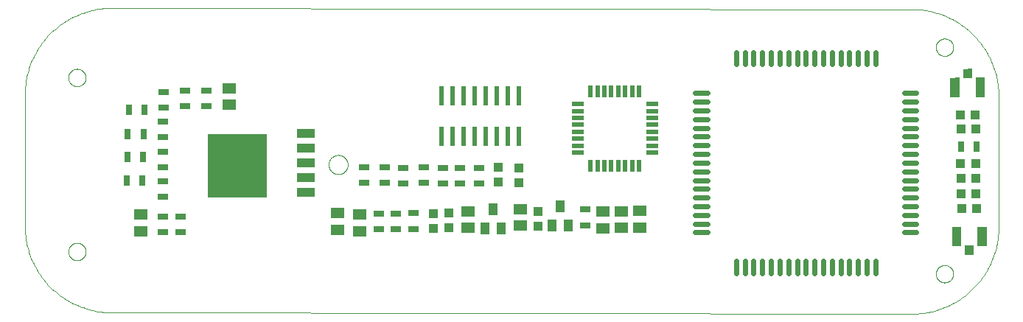
<source format=gbp>
G04 EAGLE Gerber RS-274X export*
G75*
%MOMM*%
%FSLAX34Y34*%
%LPD*%
%INSolder paste bottom*%
%IPPOS*%
%AMOC8*
5,1,8,0,0,1.08239X$1,22.5*%
G01*
%ADD10C,0.100000*%
%ADD11C,0.000000*%
%ADD12R,1.500000X1.300000*%
%ADD13R,2.159000X1.066800*%
%ADD14R,6.858000X7.239000*%
%ADD15C,0.600000*%
%ADD16R,1.200000X0.800000*%
%ADD17R,1.000000X1.400000*%
%ADD18R,1.000000X1.100000*%
%ADD19R,1.041400X2.260600*%
%ADD20R,1.041400X1.092200*%
%ADD21R,0.508000X1.358900*%
%ADD22R,1.358900X0.508000*%
%ADD23R,0.558800X2.184400*%
%ADD24R,0.800000X1.200000*%
%ADD25R,1.100000X1.000000*%
%ADD26R,1.050000X1.080000*%


D10*
X0Y100000D02*
X29Y97584D01*
X117Y95169D01*
X263Y92757D01*
X467Y90349D01*
X729Y87946D01*
X1049Y85551D01*
X1427Y83164D01*
X1863Y80787D01*
X2356Y78422D01*
X2906Y76068D01*
X3512Y73729D01*
X4175Y71405D01*
X4894Y69098D01*
X5669Y66809D01*
X6498Y64540D01*
X7383Y62291D01*
X8321Y60064D01*
X9313Y57860D01*
X10357Y55681D01*
X11454Y53528D01*
X12603Y51402D01*
X13803Y49304D01*
X15053Y47236D01*
X16353Y45199D01*
X17702Y43194D01*
X19098Y41221D01*
X20542Y39284D01*
X22033Y37381D01*
X23568Y35516D01*
X25149Y33688D01*
X26773Y31898D01*
X28440Y30149D01*
X30149Y28440D01*
X31898Y26773D01*
X33688Y25149D01*
X35516Y23568D01*
X37381Y22033D01*
X39284Y20542D01*
X41221Y19098D01*
X43194Y17702D01*
X45199Y16353D01*
X47236Y15053D01*
X49304Y13803D01*
X51402Y12603D01*
X53528Y11454D01*
X55681Y10357D01*
X57860Y9313D01*
X60064Y8321D01*
X62291Y7383D01*
X64540Y6498D01*
X66809Y5669D01*
X69098Y4894D01*
X71405Y4175D01*
X73729Y3512D01*
X76068Y2906D01*
X78422Y2356D01*
X80787Y1863D01*
X83164Y1427D01*
X85551Y1049D01*
X87946Y729D01*
X90349Y467D01*
X92757Y263D01*
X95169Y117D01*
X97584Y29D01*
X100000Y0D01*
X1118706Y98476D02*
X1118706Y248476D01*
X100000Y350000D02*
X97584Y349971D01*
X95169Y349883D01*
X92757Y349737D01*
X90349Y349533D01*
X87946Y349271D01*
X85551Y348951D01*
X83164Y348573D01*
X80787Y348137D01*
X78422Y347644D01*
X76068Y347094D01*
X73729Y346488D01*
X71405Y345825D01*
X69098Y345106D01*
X66809Y344331D01*
X64540Y343502D01*
X62291Y342617D01*
X60064Y341679D01*
X57860Y340687D01*
X55681Y339643D01*
X53528Y338546D01*
X51402Y337397D01*
X49304Y336197D01*
X47236Y334947D01*
X45199Y333647D01*
X43194Y332298D01*
X41221Y330902D01*
X39284Y329458D01*
X37381Y327967D01*
X35516Y326432D01*
X33688Y324851D01*
X31898Y323227D01*
X30149Y321560D01*
X28440Y319851D01*
X26773Y318102D01*
X25149Y316312D01*
X23568Y314484D01*
X22033Y312619D01*
X20542Y310716D01*
X19098Y308779D01*
X17702Y306806D01*
X16353Y304801D01*
X15053Y302764D01*
X13803Y300696D01*
X12603Y298598D01*
X11454Y296472D01*
X10357Y294319D01*
X9313Y292140D01*
X8321Y289936D01*
X7383Y287709D01*
X6498Y285460D01*
X5669Y283191D01*
X4894Y280902D01*
X4175Y278595D01*
X3512Y276271D01*
X2906Y273932D01*
X2356Y271578D01*
X1863Y269213D01*
X1427Y266836D01*
X1049Y264449D01*
X729Y262054D01*
X467Y259651D01*
X263Y257243D01*
X117Y254831D01*
X29Y252416D01*
X0Y250000D01*
X0Y100000D01*
X100000Y0D02*
X1018706Y-1524D01*
X1018706Y348476D02*
X100000Y350000D01*
X1018706Y348476D02*
X1021122Y348447D01*
X1023537Y348359D01*
X1025949Y348213D01*
X1028357Y348009D01*
X1030760Y347747D01*
X1033155Y347427D01*
X1035542Y347049D01*
X1037919Y346613D01*
X1040284Y346120D01*
X1042638Y345570D01*
X1044977Y344964D01*
X1047301Y344301D01*
X1049608Y343582D01*
X1051897Y342807D01*
X1054166Y341978D01*
X1056415Y341093D01*
X1058642Y340155D01*
X1060846Y339163D01*
X1063025Y338119D01*
X1065178Y337022D01*
X1067304Y335873D01*
X1069402Y334673D01*
X1071470Y333423D01*
X1073507Y332123D01*
X1075512Y330774D01*
X1077485Y329378D01*
X1079422Y327934D01*
X1081325Y326443D01*
X1083190Y324908D01*
X1085018Y323327D01*
X1086808Y321703D01*
X1088557Y320036D01*
X1090266Y318327D01*
X1091933Y316578D01*
X1093557Y314788D01*
X1095138Y312960D01*
X1096673Y311095D01*
X1098164Y309192D01*
X1099608Y307255D01*
X1101004Y305282D01*
X1102353Y303277D01*
X1103653Y301240D01*
X1104903Y299172D01*
X1106103Y297074D01*
X1107252Y294948D01*
X1108349Y292795D01*
X1109393Y290616D01*
X1110385Y288412D01*
X1111323Y286185D01*
X1112208Y283936D01*
X1113037Y281667D01*
X1113812Y279378D01*
X1114531Y277071D01*
X1115194Y274747D01*
X1115800Y272408D01*
X1116350Y270054D01*
X1116843Y267689D01*
X1117279Y265312D01*
X1117657Y262925D01*
X1117977Y260530D01*
X1118239Y258127D01*
X1118443Y255719D01*
X1118589Y253307D01*
X1118677Y250892D01*
X1118706Y248476D01*
X100000Y350000D02*
X97584Y349971D01*
X95169Y349883D01*
X92757Y349737D01*
X90349Y349533D01*
X87946Y349271D01*
X85551Y348951D01*
X83164Y348573D01*
X80787Y348137D01*
X78422Y347644D01*
X76068Y347094D01*
X73729Y346488D01*
X71405Y345825D01*
X69098Y345106D01*
X66809Y344331D01*
X64540Y343502D01*
X62291Y342617D01*
X60064Y341679D01*
X57860Y340687D01*
X55681Y339643D01*
X53528Y338546D01*
X51402Y337397D01*
X49304Y336197D01*
X47236Y334947D01*
X45199Y333647D01*
X43194Y332298D01*
X41221Y330902D01*
X39284Y329458D01*
X37381Y327967D01*
X35516Y326432D01*
X33688Y324851D01*
X31898Y323227D01*
X30149Y321560D01*
X28440Y319851D01*
X26773Y318102D01*
X25149Y316312D01*
X23568Y314484D01*
X22033Y312619D01*
X20542Y310716D01*
X19098Y308779D01*
X17702Y306806D01*
X16353Y304801D01*
X15053Y302764D01*
X13803Y300696D01*
X12603Y298598D01*
X11454Y296472D01*
X10357Y294319D01*
X9313Y292140D01*
X8321Y289936D01*
X7383Y287709D01*
X6498Y285460D01*
X5669Y283191D01*
X4894Y280902D01*
X4175Y278595D01*
X3512Y276271D01*
X2906Y273932D01*
X2356Y271578D01*
X1863Y269213D01*
X1427Y266836D01*
X1049Y264449D01*
X729Y262054D01*
X467Y259651D01*
X263Y257243D01*
X117Y254831D01*
X29Y252416D01*
X0Y250000D01*
X1018706Y-1524D02*
X1021122Y-1495D01*
X1023537Y-1407D01*
X1025949Y-1261D01*
X1028357Y-1057D01*
X1030760Y-795D01*
X1033155Y-475D01*
X1035542Y-97D01*
X1037919Y339D01*
X1040284Y832D01*
X1042638Y1382D01*
X1044977Y1988D01*
X1047301Y2651D01*
X1049608Y3370D01*
X1051897Y4145D01*
X1054166Y4974D01*
X1056415Y5859D01*
X1058642Y6797D01*
X1060846Y7789D01*
X1063025Y8833D01*
X1065178Y9930D01*
X1067304Y11079D01*
X1069402Y12279D01*
X1071470Y13529D01*
X1073507Y14829D01*
X1075512Y16178D01*
X1077485Y17574D01*
X1079422Y19018D01*
X1081325Y20509D01*
X1083190Y22044D01*
X1085018Y23625D01*
X1086808Y25249D01*
X1088557Y26916D01*
X1090266Y28625D01*
X1091933Y30374D01*
X1093557Y32164D01*
X1095138Y33992D01*
X1096673Y35857D01*
X1098164Y37760D01*
X1099608Y39697D01*
X1101004Y41670D01*
X1102353Y43675D01*
X1103653Y45712D01*
X1104903Y47780D01*
X1106103Y49878D01*
X1107252Y52004D01*
X1108349Y54157D01*
X1109393Y56336D01*
X1110385Y58540D01*
X1111323Y60767D01*
X1112208Y63016D01*
X1113037Y65285D01*
X1113812Y67574D01*
X1114531Y69881D01*
X1115194Y72205D01*
X1115800Y74544D01*
X1116350Y76898D01*
X1116843Y79263D01*
X1117279Y81640D01*
X1117657Y84027D01*
X1117977Y86422D01*
X1118239Y88825D01*
X1118443Y91233D01*
X1118589Y93645D01*
X1118677Y96060D01*
X1118706Y98476D01*
D11*
X1046640Y44450D02*
X1046643Y44695D01*
X1046652Y44941D01*
X1046667Y45186D01*
X1046688Y45430D01*
X1046715Y45674D01*
X1046748Y45917D01*
X1046787Y46160D01*
X1046832Y46401D01*
X1046883Y46641D01*
X1046940Y46880D01*
X1047002Y47117D01*
X1047071Y47353D01*
X1047145Y47587D01*
X1047225Y47819D01*
X1047310Y48049D01*
X1047401Y48277D01*
X1047498Y48502D01*
X1047600Y48726D01*
X1047708Y48946D01*
X1047821Y49164D01*
X1047939Y49379D01*
X1048063Y49591D01*
X1048191Y49800D01*
X1048325Y50006D01*
X1048464Y50208D01*
X1048608Y50407D01*
X1048757Y50602D01*
X1048910Y50794D01*
X1049068Y50982D01*
X1049230Y51166D01*
X1049398Y51345D01*
X1049569Y51521D01*
X1049745Y51692D01*
X1049924Y51860D01*
X1050108Y52022D01*
X1050296Y52180D01*
X1050488Y52333D01*
X1050683Y52482D01*
X1050882Y52626D01*
X1051084Y52765D01*
X1051290Y52899D01*
X1051499Y53027D01*
X1051711Y53151D01*
X1051926Y53269D01*
X1052144Y53382D01*
X1052364Y53490D01*
X1052588Y53592D01*
X1052813Y53689D01*
X1053041Y53780D01*
X1053271Y53865D01*
X1053503Y53945D01*
X1053737Y54019D01*
X1053973Y54088D01*
X1054210Y54150D01*
X1054449Y54207D01*
X1054689Y54258D01*
X1054930Y54303D01*
X1055173Y54342D01*
X1055416Y54375D01*
X1055660Y54402D01*
X1055904Y54423D01*
X1056149Y54438D01*
X1056395Y54447D01*
X1056640Y54450D01*
X1056885Y54447D01*
X1057131Y54438D01*
X1057376Y54423D01*
X1057620Y54402D01*
X1057864Y54375D01*
X1058107Y54342D01*
X1058350Y54303D01*
X1058591Y54258D01*
X1058831Y54207D01*
X1059070Y54150D01*
X1059307Y54088D01*
X1059543Y54019D01*
X1059777Y53945D01*
X1060009Y53865D01*
X1060239Y53780D01*
X1060467Y53689D01*
X1060692Y53592D01*
X1060916Y53490D01*
X1061136Y53382D01*
X1061354Y53269D01*
X1061569Y53151D01*
X1061781Y53027D01*
X1061990Y52899D01*
X1062196Y52765D01*
X1062398Y52626D01*
X1062597Y52482D01*
X1062792Y52333D01*
X1062984Y52180D01*
X1063172Y52022D01*
X1063356Y51860D01*
X1063535Y51692D01*
X1063711Y51521D01*
X1063882Y51345D01*
X1064050Y51166D01*
X1064212Y50982D01*
X1064370Y50794D01*
X1064523Y50602D01*
X1064672Y50407D01*
X1064816Y50208D01*
X1064955Y50006D01*
X1065089Y49800D01*
X1065217Y49591D01*
X1065341Y49379D01*
X1065459Y49164D01*
X1065572Y48946D01*
X1065680Y48726D01*
X1065782Y48502D01*
X1065879Y48277D01*
X1065970Y48049D01*
X1066055Y47819D01*
X1066135Y47587D01*
X1066209Y47353D01*
X1066278Y47117D01*
X1066340Y46880D01*
X1066397Y46641D01*
X1066448Y46401D01*
X1066493Y46160D01*
X1066532Y45917D01*
X1066565Y45674D01*
X1066592Y45430D01*
X1066613Y45186D01*
X1066628Y44941D01*
X1066637Y44695D01*
X1066640Y44450D01*
X1066637Y44205D01*
X1066628Y43959D01*
X1066613Y43714D01*
X1066592Y43470D01*
X1066565Y43226D01*
X1066532Y42983D01*
X1066493Y42740D01*
X1066448Y42499D01*
X1066397Y42259D01*
X1066340Y42020D01*
X1066278Y41783D01*
X1066209Y41547D01*
X1066135Y41313D01*
X1066055Y41081D01*
X1065970Y40851D01*
X1065879Y40623D01*
X1065782Y40398D01*
X1065680Y40174D01*
X1065572Y39954D01*
X1065459Y39736D01*
X1065341Y39521D01*
X1065217Y39309D01*
X1065089Y39100D01*
X1064955Y38894D01*
X1064816Y38692D01*
X1064672Y38493D01*
X1064523Y38298D01*
X1064370Y38106D01*
X1064212Y37918D01*
X1064050Y37734D01*
X1063882Y37555D01*
X1063711Y37379D01*
X1063535Y37208D01*
X1063356Y37040D01*
X1063172Y36878D01*
X1062984Y36720D01*
X1062792Y36567D01*
X1062597Y36418D01*
X1062398Y36274D01*
X1062196Y36135D01*
X1061990Y36001D01*
X1061781Y35873D01*
X1061569Y35749D01*
X1061354Y35631D01*
X1061136Y35518D01*
X1060916Y35410D01*
X1060692Y35308D01*
X1060467Y35211D01*
X1060239Y35120D01*
X1060009Y35035D01*
X1059777Y34955D01*
X1059543Y34881D01*
X1059307Y34812D01*
X1059070Y34750D01*
X1058831Y34693D01*
X1058591Y34642D01*
X1058350Y34597D01*
X1058107Y34558D01*
X1057864Y34525D01*
X1057620Y34498D01*
X1057376Y34477D01*
X1057131Y34462D01*
X1056885Y34453D01*
X1056640Y34450D01*
X1056395Y34453D01*
X1056149Y34462D01*
X1055904Y34477D01*
X1055660Y34498D01*
X1055416Y34525D01*
X1055173Y34558D01*
X1054930Y34597D01*
X1054689Y34642D01*
X1054449Y34693D01*
X1054210Y34750D01*
X1053973Y34812D01*
X1053737Y34881D01*
X1053503Y34955D01*
X1053271Y35035D01*
X1053041Y35120D01*
X1052813Y35211D01*
X1052588Y35308D01*
X1052364Y35410D01*
X1052144Y35518D01*
X1051926Y35631D01*
X1051711Y35749D01*
X1051499Y35873D01*
X1051290Y36001D01*
X1051084Y36135D01*
X1050882Y36274D01*
X1050683Y36418D01*
X1050488Y36567D01*
X1050296Y36720D01*
X1050108Y36878D01*
X1049924Y37040D01*
X1049745Y37208D01*
X1049569Y37379D01*
X1049398Y37555D01*
X1049230Y37734D01*
X1049068Y37918D01*
X1048910Y38106D01*
X1048757Y38298D01*
X1048608Y38493D01*
X1048464Y38692D01*
X1048325Y38894D01*
X1048191Y39100D01*
X1048063Y39309D01*
X1047939Y39521D01*
X1047821Y39736D01*
X1047708Y39954D01*
X1047600Y40174D01*
X1047498Y40398D01*
X1047401Y40623D01*
X1047310Y40851D01*
X1047225Y41081D01*
X1047145Y41313D01*
X1047071Y41547D01*
X1047002Y41783D01*
X1046940Y42020D01*
X1046883Y42259D01*
X1046832Y42499D01*
X1046787Y42740D01*
X1046748Y42983D01*
X1046715Y43226D01*
X1046688Y43470D01*
X1046667Y43714D01*
X1046652Y43959D01*
X1046643Y44205D01*
X1046640Y44450D01*
X1046640Y304800D02*
X1046643Y305045D01*
X1046652Y305291D01*
X1046667Y305536D01*
X1046688Y305780D01*
X1046715Y306024D01*
X1046748Y306267D01*
X1046787Y306510D01*
X1046832Y306751D01*
X1046883Y306991D01*
X1046940Y307230D01*
X1047002Y307467D01*
X1047071Y307703D01*
X1047145Y307937D01*
X1047225Y308169D01*
X1047310Y308399D01*
X1047401Y308627D01*
X1047498Y308852D01*
X1047600Y309076D01*
X1047708Y309296D01*
X1047821Y309514D01*
X1047939Y309729D01*
X1048063Y309941D01*
X1048191Y310150D01*
X1048325Y310356D01*
X1048464Y310558D01*
X1048608Y310757D01*
X1048757Y310952D01*
X1048910Y311144D01*
X1049068Y311332D01*
X1049230Y311516D01*
X1049398Y311695D01*
X1049569Y311871D01*
X1049745Y312042D01*
X1049924Y312210D01*
X1050108Y312372D01*
X1050296Y312530D01*
X1050488Y312683D01*
X1050683Y312832D01*
X1050882Y312976D01*
X1051084Y313115D01*
X1051290Y313249D01*
X1051499Y313377D01*
X1051711Y313501D01*
X1051926Y313619D01*
X1052144Y313732D01*
X1052364Y313840D01*
X1052588Y313942D01*
X1052813Y314039D01*
X1053041Y314130D01*
X1053271Y314215D01*
X1053503Y314295D01*
X1053737Y314369D01*
X1053973Y314438D01*
X1054210Y314500D01*
X1054449Y314557D01*
X1054689Y314608D01*
X1054930Y314653D01*
X1055173Y314692D01*
X1055416Y314725D01*
X1055660Y314752D01*
X1055904Y314773D01*
X1056149Y314788D01*
X1056395Y314797D01*
X1056640Y314800D01*
X1056885Y314797D01*
X1057131Y314788D01*
X1057376Y314773D01*
X1057620Y314752D01*
X1057864Y314725D01*
X1058107Y314692D01*
X1058350Y314653D01*
X1058591Y314608D01*
X1058831Y314557D01*
X1059070Y314500D01*
X1059307Y314438D01*
X1059543Y314369D01*
X1059777Y314295D01*
X1060009Y314215D01*
X1060239Y314130D01*
X1060467Y314039D01*
X1060692Y313942D01*
X1060916Y313840D01*
X1061136Y313732D01*
X1061354Y313619D01*
X1061569Y313501D01*
X1061781Y313377D01*
X1061990Y313249D01*
X1062196Y313115D01*
X1062398Y312976D01*
X1062597Y312832D01*
X1062792Y312683D01*
X1062984Y312530D01*
X1063172Y312372D01*
X1063356Y312210D01*
X1063535Y312042D01*
X1063711Y311871D01*
X1063882Y311695D01*
X1064050Y311516D01*
X1064212Y311332D01*
X1064370Y311144D01*
X1064523Y310952D01*
X1064672Y310757D01*
X1064816Y310558D01*
X1064955Y310356D01*
X1065089Y310150D01*
X1065217Y309941D01*
X1065341Y309729D01*
X1065459Y309514D01*
X1065572Y309296D01*
X1065680Y309076D01*
X1065782Y308852D01*
X1065879Y308627D01*
X1065970Y308399D01*
X1066055Y308169D01*
X1066135Y307937D01*
X1066209Y307703D01*
X1066278Y307467D01*
X1066340Y307230D01*
X1066397Y306991D01*
X1066448Y306751D01*
X1066493Y306510D01*
X1066532Y306267D01*
X1066565Y306024D01*
X1066592Y305780D01*
X1066613Y305536D01*
X1066628Y305291D01*
X1066637Y305045D01*
X1066640Y304800D01*
X1066637Y304555D01*
X1066628Y304309D01*
X1066613Y304064D01*
X1066592Y303820D01*
X1066565Y303576D01*
X1066532Y303333D01*
X1066493Y303090D01*
X1066448Y302849D01*
X1066397Y302609D01*
X1066340Y302370D01*
X1066278Y302133D01*
X1066209Y301897D01*
X1066135Y301663D01*
X1066055Y301431D01*
X1065970Y301201D01*
X1065879Y300973D01*
X1065782Y300748D01*
X1065680Y300524D01*
X1065572Y300304D01*
X1065459Y300086D01*
X1065341Y299871D01*
X1065217Y299659D01*
X1065089Y299450D01*
X1064955Y299244D01*
X1064816Y299042D01*
X1064672Y298843D01*
X1064523Y298648D01*
X1064370Y298456D01*
X1064212Y298268D01*
X1064050Y298084D01*
X1063882Y297905D01*
X1063711Y297729D01*
X1063535Y297558D01*
X1063356Y297390D01*
X1063172Y297228D01*
X1062984Y297070D01*
X1062792Y296917D01*
X1062597Y296768D01*
X1062398Y296624D01*
X1062196Y296485D01*
X1061990Y296351D01*
X1061781Y296223D01*
X1061569Y296099D01*
X1061354Y295981D01*
X1061136Y295868D01*
X1060916Y295760D01*
X1060692Y295658D01*
X1060467Y295561D01*
X1060239Y295470D01*
X1060009Y295385D01*
X1059777Y295305D01*
X1059543Y295231D01*
X1059307Y295162D01*
X1059070Y295100D01*
X1058831Y295043D01*
X1058591Y294992D01*
X1058350Y294947D01*
X1058107Y294908D01*
X1057864Y294875D01*
X1057620Y294848D01*
X1057376Y294827D01*
X1057131Y294812D01*
X1056885Y294803D01*
X1056640Y294800D01*
X1056395Y294803D01*
X1056149Y294812D01*
X1055904Y294827D01*
X1055660Y294848D01*
X1055416Y294875D01*
X1055173Y294908D01*
X1054930Y294947D01*
X1054689Y294992D01*
X1054449Y295043D01*
X1054210Y295100D01*
X1053973Y295162D01*
X1053737Y295231D01*
X1053503Y295305D01*
X1053271Y295385D01*
X1053041Y295470D01*
X1052813Y295561D01*
X1052588Y295658D01*
X1052364Y295760D01*
X1052144Y295868D01*
X1051926Y295981D01*
X1051711Y296099D01*
X1051499Y296223D01*
X1051290Y296351D01*
X1051084Y296485D01*
X1050882Y296624D01*
X1050683Y296768D01*
X1050488Y296917D01*
X1050296Y297070D01*
X1050108Y297228D01*
X1049924Y297390D01*
X1049745Y297558D01*
X1049569Y297729D01*
X1049398Y297905D01*
X1049230Y298084D01*
X1049068Y298268D01*
X1048910Y298456D01*
X1048757Y298648D01*
X1048608Y298843D01*
X1048464Y299042D01*
X1048325Y299244D01*
X1048191Y299450D01*
X1048063Y299659D01*
X1047939Y299871D01*
X1047821Y300086D01*
X1047708Y300304D01*
X1047600Y300524D01*
X1047498Y300748D01*
X1047401Y300973D01*
X1047310Y301201D01*
X1047225Y301431D01*
X1047145Y301663D01*
X1047071Y301897D01*
X1047002Y302133D01*
X1046940Y302370D01*
X1046883Y302609D01*
X1046832Y302849D01*
X1046787Y303090D01*
X1046748Y303333D01*
X1046715Y303576D01*
X1046688Y303820D01*
X1046667Y304064D01*
X1046652Y304309D01*
X1046643Y304555D01*
X1046640Y304800D01*
X50000Y270000D02*
X50003Y270245D01*
X50012Y270491D01*
X50027Y270736D01*
X50048Y270980D01*
X50075Y271224D01*
X50108Y271467D01*
X50147Y271710D01*
X50192Y271951D01*
X50243Y272191D01*
X50300Y272430D01*
X50362Y272667D01*
X50431Y272903D01*
X50505Y273137D01*
X50585Y273369D01*
X50670Y273599D01*
X50761Y273827D01*
X50858Y274052D01*
X50960Y274276D01*
X51068Y274496D01*
X51181Y274714D01*
X51299Y274929D01*
X51423Y275141D01*
X51551Y275350D01*
X51685Y275556D01*
X51824Y275758D01*
X51968Y275957D01*
X52117Y276152D01*
X52270Y276344D01*
X52428Y276532D01*
X52590Y276716D01*
X52758Y276895D01*
X52929Y277071D01*
X53105Y277242D01*
X53284Y277410D01*
X53468Y277572D01*
X53656Y277730D01*
X53848Y277883D01*
X54043Y278032D01*
X54242Y278176D01*
X54444Y278315D01*
X54650Y278449D01*
X54859Y278577D01*
X55071Y278701D01*
X55286Y278819D01*
X55504Y278932D01*
X55724Y279040D01*
X55948Y279142D01*
X56173Y279239D01*
X56401Y279330D01*
X56631Y279415D01*
X56863Y279495D01*
X57097Y279569D01*
X57333Y279638D01*
X57570Y279700D01*
X57809Y279757D01*
X58049Y279808D01*
X58290Y279853D01*
X58533Y279892D01*
X58776Y279925D01*
X59020Y279952D01*
X59264Y279973D01*
X59509Y279988D01*
X59755Y279997D01*
X60000Y280000D01*
X60245Y279997D01*
X60491Y279988D01*
X60736Y279973D01*
X60980Y279952D01*
X61224Y279925D01*
X61467Y279892D01*
X61710Y279853D01*
X61951Y279808D01*
X62191Y279757D01*
X62430Y279700D01*
X62667Y279638D01*
X62903Y279569D01*
X63137Y279495D01*
X63369Y279415D01*
X63599Y279330D01*
X63827Y279239D01*
X64052Y279142D01*
X64276Y279040D01*
X64496Y278932D01*
X64714Y278819D01*
X64929Y278701D01*
X65141Y278577D01*
X65350Y278449D01*
X65556Y278315D01*
X65758Y278176D01*
X65957Y278032D01*
X66152Y277883D01*
X66344Y277730D01*
X66532Y277572D01*
X66716Y277410D01*
X66895Y277242D01*
X67071Y277071D01*
X67242Y276895D01*
X67410Y276716D01*
X67572Y276532D01*
X67730Y276344D01*
X67883Y276152D01*
X68032Y275957D01*
X68176Y275758D01*
X68315Y275556D01*
X68449Y275350D01*
X68577Y275141D01*
X68701Y274929D01*
X68819Y274714D01*
X68932Y274496D01*
X69040Y274276D01*
X69142Y274052D01*
X69239Y273827D01*
X69330Y273599D01*
X69415Y273369D01*
X69495Y273137D01*
X69569Y272903D01*
X69638Y272667D01*
X69700Y272430D01*
X69757Y272191D01*
X69808Y271951D01*
X69853Y271710D01*
X69892Y271467D01*
X69925Y271224D01*
X69952Y270980D01*
X69973Y270736D01*
X69988Y270491D01*
X69997Y270245D01*
X70000Y270000D01*
X69997Y269755D01*
X69988Y269509D01*
X69973Y269264D01*
X69952Y269020D01*
X69925Y268776D01*
X69892Y268533D01*
X69853Y268290D01*
X69808Y268049D01*
X69757Y267809D01*
X69700Y267570D01*
X69638Y267333D01*
X69569Y267097D01*
X69495Y266863D01*
X69415Y266631D01*
X69330Y266401D01*
X69239Y266173D01*
X69142Y265948D01*
X69040Y265724D01*
X68932Y265504D01*
X68819Y265286D01*
X68701Y265071D01*
X68577Y264859D01*
X68449Y264650D01*
X68315Y264444D01*
X68176Y264242D01*
X68032Y264043D01*
X67883Y263848D01*
X67730Y263656D01*
X67572Y263468D01*
X67410Y263284D01*
X67242Y263105D01*
X67071Y262929D01*
X66895Y262758D01*
X66716Y262590D01*
X66532Y262428D01*
X66344Y262270D01*
X66152Y262117D01*
X65957Y261968D01*
X65758Y261824D01*
X65556Y261685D01*
X65350Y261551D01*
X65141Y261423D01*
X64929Y261299D01*
X64714Y261181D01*
X64496Y261068D01*
X64276Y260960D01*
X64052Y260858D01*
X63827Y260761D01*
X63599Y260670D01*
X63369Y260585D01*
X63137Y260505D01*
X62903Y260431D01*
X62667Y260362D01*
X62430Y260300D01*
X62191Y260243D01*
X61951Y260192D01*
X61710Y260147D01*
X61467Y260108D01*
X61224Y260075D01*
X60980Y260048D01*
X60736Y260027D01*
X60491Y260012D01*
X60245Y260003D01*
X60000Y260000D01*
X59755Y260003D01*
X59509Y260012D01*
X59264Y260027D01*
X59020Y260048D01*
X58776Y260075D01*
X58533Y260108D01*
X58290Y260147D01*
X58049Y260192D01*
X57809Y260243D01*
X57570Y260300D01*
X57333Y260362D01*
X57097Y260431D01*
X56863Y260505D01*
X56631Y260585D01*
X56401Y260670D01*
X56173Y260761D01*
X55948Y260858D01*
X55724Y260960D01*
X55504Y261068D01*
X55286Y261181D01*
X55071Y261299D01*
X54859Y261423D01*
X54650Y261551D01*
X54444Y261685D01*
X54242Y261824D01*
X54043Y261968D01*
X53848Y262117D01*
X53656Y262270D01*
X53468Y262428D01*
X53284Y262590D01*
X53105Y262758D01*
X52929Y262929D01*
X52758Y263105D01*
X52590Y263284D01*
X52428Y263468D01*
X52270Y263656D01*
X52117Y263848D01*
X51968Y264043D01*
X51824Y264242D01*
X51685Y264444D01*
X51551Y264650D01*
X51423Y264859D01*
X51299Y265071D01*
X51181Y265286D01*
X51068Y265504D01*
X50960Y265724D01*
X50858Y265948D01*
X50761Y266173D01*
X50670Y266401D01*
X50585Y266631D01*
X50505Y266863D01*
X50431Y267097D01*
X50362Y267333D01*
X50300Y267570D01*
X50243Y267809D01*
X50192Y268049D01*
X50147Y268290D01*
X50108Y268533D01*
X50075Y268776D01*
X50048Y269020D01*
X50027Y269264D01*
X50012Y269509D01*
X50003Y269755D01*
X50000Y270000D01*
X50000Y70000D02*
X50003Y70245D01*
X50012Y70491D01*
X50027Y70736D01*
X50048Y70980D01*
X50075Y71224D01*
X50108Y71467D01*
X50147Y71710D01*
X50192Y71951D01*
X50243Y72191D01*
X50300Y72430D01*
X50362Y72667D01*
X50431Y72903D01*
X50505Y73137D01*
X50585Y73369D01*
X50670Y73599D01*
X50761Y73827D01*
X50858Y74052D01*
X50960Y74276D01*
X51068Y74496D01*
X51181Y74714D01*
X51299Y74929D01*
X51423Y75141D01*
X51551Y75350D01*
X51685Y75556D01*
X51824Y75758D01*
X51968Y75957D01*
X52117Y76152D01*
X52270Y76344D01*
X52428Y76532D01*
X52590Y76716D01*
X52758Y76895D01*
X52929Y77071D01*
X53105Y77242D01*
X53284Y77410D01*
X53468Y77572D01*
X53656Y77730D01*
X53848Y77883D01*
X54043Y78032D01*
X54242Y78176D01*
X54444Y78315D01*
X54650Y78449D01*
X54859Y78577D01*
X55071Y78701D01*
X55286Y78819D01*
X55504Y78932D01*
X55724Y79040D01*
X55948Y79142D01*
X56173Y79239D01*
X56401Y79330D01*
X56631Y79415D01*
X56863Y79495D01*
X57097Y79569D01*
X57333Y79638D01*
X57570Y79700D01*
X57809Y79757D01*
X58049Y79808D01*
X58290Y79853D01*
X58533Y79892D01*
X58776Y79925D01*
X59020Y79952D01*
X59264Y79973D01*
X59509Y79988D01*
X59755Y79997D01*
X60000Y80000D01*
X60245Y79997D01*
X60491Y79988D01*
X60736Y79973D01*
X60980Y79952D01*
X61224Y79925D01*
X61467Y79892D01*
X61710Y79853D01*
X61951Y79808D01*
X62191Y79757D01*
X62430Y79700D01*
X62667Y79638D01*
X62903Y79569D01*
X63137Y79495D01*
X63369Y79415D01*
X63599Y79330D01*
X63827Y79239D01*
X64052Y79142D01*
X64276Y79040D01*
X64496Y78932D01*
X64714Y78819D01*
X64929Y78701D01*
X65141Y78577D01*
X65350Y78449D01*
X65556Y78315D01*
X65758Y78176D01*
X65957Y78032D01*
X66152Y77883D01*
X66344Y77730D01*
X66532Y77572D01*
X66716Y77410D01*
X66895Y77242D01*
X67071Y77071D01*
X67242Y76895D01*
X67410Y76716D01*
X67572Y76532D01*
X67730Y76344D01*
X67883Y76152D01*
X68032Y75957D01*
X68176Y75758D01*
X68315Y75556D01*
X68449Y75350D01*
X68577Y75141D01*
X68701Y74929D01*
X68819Y74714D01*
X68932Y74496D01*
X69040Y74276D01*
X69142Y74052D01*
X69239Y73827D01*
X69330Y73599D01*
X69415Y73369D01*
X69495Y73137D01*
X69569Y72903D01*
X69638Y72667D01*
X69700Y72430D01*
X69757Y72191D01*
X69808Y71951D01*
X69853Y71710D01*
X69892Y71467D01*
X69925Y71224D01*
X69952Y70980D01*
X69973Y70736D01*
X69988Y70491D01*
X69997Y70245D01*
X70000Y70000D01*
X69997Y69755D01*
X69988Y69509D01*
X69973Y69264D01*
X69952Y69020D01*
X69925Y68776D01*
X69892Y68533D01*
X69853Y68290D01*
X69808Y68049D01*
X69757Y67809D01*
X69700Y67570D01*
X69638Y67333D01*
X69569Y67097D01*
X69495Y66863D01*
X69415Y66631D01*
X69330Y66401D01*
X69239Y66173D01*
X69142Y65948D01*
X69040Y65724D01*
X68932Y65504D01*
X68819Y65286D01*
X68701Y65071D01*
X68577Y64859D01*
X68449Y64650D01*
X68315Y64444D01*
X68176Y64242D01*
X68032Y64043D01*
X67883Y63848D01*
X67730Y63656D01*
X67572Y63468D01*
X67410Y63284D01*
X67242Y63105D01*
X67071Y62929D01*
X66895Y62758D01*
X66716Y62590D01*
X66532Y62428D01*
X66344Y62270D01*
X66152Y62117D01*
X65957Y61968D01*
X65758Y61824D01*
X65556Y61685D01*
X65350Y61551D01*
X65141Y61423D01*
X64929Y61299D01*
X64714Y61181D01*
X64496Y61068D01*
X64276Y60960D01*
X64052Y60858D01*
X63827Y60761D01*
X63599Y60670D01*
X63369Y60585D01*
X63137Y60505D01*
X62903Y60431D01*
X62667Y60362D01*
X62430Y60300D01*
X62191Y60243D01*
X61951Y60192D01*
X61710Y60147D01*
X61467Y60108D01*
X61224Y60075D01*
X60980Y60048D01*
X60736Y60027D01*
X60491Y60012D01*
X60245Y60003D01*
X60000Y60000D01*
X59755Y60003D01*
X59509Y60012D01*
X59264Y60027D01*
X59020Y60048D01*
X58776Y60075D01*
X58533Y60108D01*
X58290Y60147D01*
X58049Y60192D01*
X57809Y60243D01*
X57570Y60300D01*
X57333Y60362D01*
X57097Y60431D01*
X56863Y60505D01*
X56631Y60585D01*
X56401Y60670D01*
X56173Y60761D01*
X55948Y60858D01*
X55724Y60960D01*
X55504Y61068D01*
X55286Y61181D01*
X55071Y61299D01*
X54859Y61423D01*
X54650Y61551D01*
X54444Y61685D01*
X54242Y61824D01*
X54043Y61968D01*
X53848Y62117D01*
X53656Y62270D01*
X53468Y62428D01*
X53284Y62590D01*
X53105Y62758D01*
X52929Y62929D01*
X52758Y63105D01*
X52590Y63284D01*
X52428Y63468D01*
X52270Y63656D01*
X52117Y63848D01*
X51968Y64043D01*
X51824Y64242D01*
X51685Y64444D01*
X51551Y64650D01*
X51423Y64859D01*
X51299Y65071D01*
X51181Y65286D01*
X51068Y65504D01*
X50960Y65724D01*
X50858Y65948D01*
X50761Y66173D01*
X50670Y66401D01*
X50585Y66631D01*
X50505Y66863D01*
X50431Y67097D01*
X50362Y67333D01*
X50300Y67570D01*
X50243Y67809D01*
X50192Y68049D01*
X50147Y68290D01*
X50108Y68533D01*
X50075Y68776D01*
X50048Y69020D01*
X50027Y69264D01*
X50012Y69509D01*
X50003Y69755D01*
X50000Y70000D01*
X349000Y170000D02*
X349003Y170270D01*
X349013Y170540D01*
X349030Y170809D01*
X349053Y171078D01*
X349083Y171347D01*
X349119Y171614D01*
X349162Y171881D01*
X349211Y172146D01*
X349267Y172410D01*
X349330Y172673D01*
X349398Y172934D01*
X349474Y173193D01*
X349555Y173450D01*
X349643Y173706D01*
X349737Y173959D01*
X349837Y174210D01*
X349944Y174458D01*
X350056Y174703D01*
X350175Y174946D01*
X350299Y175185D01*
X350429Y175422D01*
X350565Y175655D01*
X350707Y175885D01*
X350854Y176111D01*
X351007Y176334D01*
X351165Y176553D01*
X351328Y176768D01*
X351497Y176978D01*
X351671Y177185D01*
X351850Y177387D01*
X352033Y177585D01*
X352222Y177778D01*
X352415Y177967D01*
X352613Y178150D01*
X352815Y178329D01*
X353022Y178503D01*
X353232Y178672D01*
X353447Y178835D01*
X353666Y178993D01*
X353889Y179146D01*
X354115Y179293D01*
X354345Y179435D01*
X354578Y179571D01*
X354815Y179701D01*
X355054Y179825D01*
X355297Y179944D01*
X355542Y180056D01*
X355790Y180163D01*
X356041Y180263D01*
X356294Y180357D01*
X356550Y180445D01*
X356807Y180526D01*
X357066Y180602D01*
X357327Y180670D01*
X357590Y180733D01*
X357854Y180789D01*
X358119Y180838D01*
X358386Y180881D01*
X358653Y180917D01*
X358922Y180947D01*
X359191Y180970D01*
X359460Y180987D01*
X359730Y180997D01*
X360000Y181000D01*
X360270Y180997D01*
X360540Y180987D01*
X360809Y180970D01*
X361078Y180947D01*
X361347Y180917D01*
X361614Y180881D01*
X361881Y180838D01*
X362146Y180789D01*
X362410Y180733D01*
X362673Y180670D01*
X362934Y180602D01*
X363193Y180526D01*
X363450Y180445D01*
X363706Y180357D01*
X363959Y180263D01*
X364210Y180163D01*
X364458Y180056D01*
X364703Y179944D01*
X364946Y179825D01*
X365185Y179701D01*
X365422Y179571D01*
X365655Y179435D01*
X365885Y179293D01*
X366111Y179146D01*
X366334Y178993D01*
X366553Y178835D01*
X366768Y178672D01*
X366978Y178503D01*
X367185Y178329D01*
X367387Y178150D01*
X367585Y177967D01*
X367778Y177778D01*
X367967Y177585D01*
X368150Y177387D01*
X368329Y177185D01*
X368503Y176978D01*
X368672Y176768D01*
X368835Y176553D01*
X368993Y176334D01*
X369146Y176111D01*
X369293Y175885D01*
X369435Y175655D01*
X369571Y175422D01*
X369701Y175185D01*
X369825Y174946D01*
X369944Y174703D01*
X370056Y174458D01*
X370163Y174210D01*
X370263Y173959D01*
X370357Y173706D01*
X370445Y173450D01*
X370526Y173193D01*
X370602Y172934D01*
X370670Y172673D01*
X370733Y172410D01*
X370789Y172146D01*
X370838Y171881D01*
X370881Y171614D01*
X370917Y171347D01*
X370947Y171078D01*
X370970Y170809D01*
X370987Y170540D01*
X370997Y170270D01*
X371000Y170000D01*
X370997Y169730D01*
X370987Y169460D01*
X370970Y169191D01*
X370947Y168922D01*
X370917Y168653D01*
X370881Y168386D01*
X370838Y168119D01*
X370789Y167854D01*
X370733Y167590D01*
X370670Y167327D01*
X370602Y167066D01*
X370526Y166807D01*
X370445Y166550D01*
X370357Y166294D01*
X370263Y166041D01*
X370163Y165790D01*
X370056Y165542D01*
X369944Y165297D01*
X369825Y165054D01*
X369701Y164815D01*
X369571Y164578D01*
X369435Y164345D01*
X369293Y164115D01*
X369146Y163889D01*
X368993Y163666D01*
X368835Y163447D01*
X368672Y163232D01*
X368503Y163022D01*
X368329Y162815D01*
X368150Y162613D01*
X367967Y162415D01*
X367778Y162222D01*
X367585Y162033D01*
X367387Y161850D01*
X367185Y161671D01*
X366978Y161497D01*
X366768Y161328D01*
X366553Y161165D01*
X366334Y161007D01*
X366111Y160854D01*
X365885Y160707D01*
X365655Y160565D01*
X365422Y160429D01*
X365185Y160299D01*
X364946Y160175D01*
X364703Y160056D01*
X364458Y159944D01*
X364210Y159837D01*
X363959Y159737D01*
X363706Y159643D01*
X363450Y159555D01*
X363193Y159474D01*
X362934Y159398D01*
X362673Y159330D01*
X362410Y159267D01*
X362146Y159211D01*
X361881Y159162D01*
X361614Y159119D01*
X361347Y159083D01*
X361078Y159053D01*
X360809Y159030D01*
X360540Y159013D01*
X360270Y159003D01*
X360000Y159000D01*
X359730Y159003D01*
X359460Y159013D01*
X359191Y159030D01*
X358922Y159053D01*
X358653Y159083D01*
X358386Y159119D01*
X358119Y159162D01*
X357854Y159211D01*
X357590Y159267D01*
X357327Y159330D01*
X357066Y159398D01*
X356807Y159474D01*
X356550Y159555D01*
X356294Y159643D01*
X356041Y159737D01*
X355790Y159837D01*
X355542Y159944D01*
X355297Y160056D01*
X355054Y160175D01*
X354815Y160299D01*
X354578Y160429D01*
X354345Y160565D01*
X354115Y160707D01*
X353889Y160854D01*
X353666Y161007D01*
X353447Y161165D01*
X353232Y161328D01*
X353022Y161497D01*
X352815Y161671D01*
X352613Y161850D01*
X352415Y162033D01*
X352222Y162222D01*
X352033Y162415D01*
X351850Y162613D01*
X351671Y162815D01*
X351497Y163022D01*
X351328Y163232D01*
X351165Y163447D01*
X351007Y163666D01*
X350854Y163889D01*
X350707Y164115D01*
X350565Y164345D01*
X350429Y164578D01*
X350299Y164815D01*
X350175Y165054D01*
X350056Y165297D01*
X349944Y165542D01*
X349837Y165790D01*
X349737Y166041D01*
X349643Y166294D01*
X349555Y166550D01*
X349474Y166807D01*
X349398Y167066D01*
X349330Y167327D01*
X349267Y167590D01*
X349211Y167854D01*
X349162Y168119D01*
X349119Y168386D01*
X349083Y168653D01*
X349053Y168922D01*
X349030Y169191D01*
X349013Y169460D01*
X349003Y169730D01*
X349000Y170000D01*
D12*
X384356Y112574D03*
X384356Y93574D03*
X359172Y114040D03*
X359172Y95040D03*
D13*
X322600Y205936D03*
X322600Y188918D03*
X322600Y171900D03*
X322600Y154882D03*
X322600Y137864D03*
D14*
X244368Y168725D03*
D15*
X977200Y59100D02*
X977200Y45100D01*
X967200Y45100D02*
X967200Y59100D01*
X957200Y59100D02*
X957200Y45100D01*
X947200Y45100D02*
X947200Y59100D01*
X937200Y59100D02*
X937200Y45100D01*
X927200Y45100D02*
X927200Y59100D01*
X917200Y59100D02*
X917200Y45100D01*
X907200Y45100D02*
X907200Y59100D01*
X897200Y59100D02*
X897200Y45100D01*
X887200Y45100D02*
X887200Y59100D01*
X877200Y59100D02*
X877200Y45100D01*
X867200Y45100D02*
X867200Y59100D01*
X857200Y59100D02*
X857200Y45100D01*
X847200Y45100D02*
X847200Y59100D01*
X837200Y59100D02*
X837200Y45100D01*
X827200Y45100D02*
X827200Y59100D01*
X817200Y59100D02*
X817200Y45100D01*
X784200Y92100D02*
X770200Y92100D01*
X770200Y102100D02*
X784200Y102100D01*
X784200Y112100D02*
X770200Y112100D01*
X770200Y122100D02*
X784200Y122100D01*
X784200Y132100D02*
X770200Y132100D01*
X770200Y142100D02*
X784200Y142100D01*
X784200Y152100D02*
X770200Y152100D01*
X770200Y162100D02*
X784200Y162100D01*
X784200Y172100D02*
X770200Y172100D01*
X770200Y182100D02*
X784200Y182100D01*
X784200Y192100D02*
X770200Y192100D01*
X770200Y202100D02*
X784200Y202100D01*
X784200Y212100D02*
X770200Y212100D01*
X770200Y222100D02*
X784200Y222100D01*
X784200Y232100D02*
X770200Y232100D01*
X770200Y242100D02*
X784200Y242100D01*
X784200Y252100D02*
X770200Y252100D01*
X817200Y285100D02*
X817200Y299100D01*
X827200Y299100D02*
X827200Y285100D01*
X837200Y285100D02*
X837200Y299100D01*
X847200Y299100D02*
X847200Y285100D01*
X857200Y285100D02*
X857200Y299100D01*
X867200Y299100D02*
X867200Y285100D01*
X877200Y285100D02*
X877200Y299100D01*
X887200Y299100D02*
X887200Y285100D01*
X897200Y285100D02*
X897200Y299100D01*
X907200Y299100D02*
X907200Y285100D01*
X917200Y285100D02*
X917200Y299100D01*
X927200Y299100D02*
X927200Y285100D01*
X937200Y285100D02*
X937200Y299100D01*
X947200Y299100D02*
X947200Y285100D01*
X957200Y285100D02*
X957200Y299100D01*
X967200Y299100D02*
X967200Y285100D01*
X977200Y285100D02*
X977200Y299100D01*
X1010200Y252100D02*
X1024200Y252100D01*
X1024200Y242100D02*
X1010200Y242100D01*
X1010200Y232100D02*
X1024200Y232100D01*
X1024200Y222100D02*
X1010200Y222100D01*
X1010200Y212100D02*
X1024200Y212100D01*
X1024200Y202100D02*
X1010200Y202100D01*
X1010200Y192100D02*
X1024200Y192100D01*
X1024200Y182100D02*
X1010200Y182100D01*
X1010200Y172100D02*
X1024200Y172100D01*
X1024200Y162100D02*
X1010200Y162100D01*
X1010200Y152100D02*
X1024200Y152100D01*
X1024200Y142100D02*
X1010200Y142100D01*
X1010200Y132100D02*
X1024200Y132100D01*
X1024200Y122100D02*
X1010200Y122100D01*
X1010200Y112100D02*
X1024200Y112100D01*
X1024200Y102100D02*
X1010200Y102100D01*
X1010200Y92100D02*
X1024200Y92100D01*
D16*
X426412Y95768D03*
X426412Y113768D03*
X446824Y114180D03*
X446824Y96180D03*
X406760Y95764D03*
X406760Y113764D03*
D12*
X235172Y257898D03*
X235172Y238898D03*
X133570Y112562D03*
X133570Y93562D03*
D16*
X499782Y148204D03*
X499782Y166204D03*
X480372Y148458D03*
X480372Y166458D03*
D17*
X537708Y118760D03*
X528208Y96760D03*
X547208Y96760D03*
X615178Y121738D03*
X605678Y99738D03*
X624678Y99738D03*
D12*
X569058Y118650D03*
X569058Y99650D03*
X706390Y116872D03*
X706390Y97872D03*
X684972Y116110D03*
X684972Y97110D03*
D18*
X589654Y115832D03*
X589654Y98832D03*
X486820Y114562D03*
X486820Y97562D03*
X468958Y97020D03*
X468958Y114020D03*
D16*
X159332Y235330D03*
X159332Y253330D03*
X159026Y201548D03*
X159026Y219548D03*
X159034Y185040D03*
X159034Y167040D03*
X158324Y151004D03*
X158324Y133004D03*
D19*
G36*
X1094498Y98705D02*
X1104911Y98686D01*
X1104872Y76081D01*
X1094459Y76100D01*
X1094498Y98705D01*
G37*
G36*
X1065088Y98757D02*
X1075501Y98738D01*
X1075462Y76133D01*
X1065049Y76152D01*
X1065088Y98757D01*
G37*
D20*
G36*
X1079755Y76929D02*
X1090168Y76910D01*
X1090149Y65989D01*
X1079736Y66008D01*
X1079755Y76929D01*
G37*
D21*
X705748Y168913D03*
X697748Y168913D03*
X689748Y168913D03*
X681748Y168913D03*
X673748Y168913D03*
X665748Y168913D03*
X657748Y168913D03*
X649748Y168913D03*
D22*
X635013Y183648D03*
X635013Y191648D03*
X635013Y199648D03*
X635013Y207648D03*
X635013Y215648D03*
X635013Y223648D03*
X635013Y231648D03*
X635013Y239648D03*
D21*
X649748Y254384D03*
X657748Y254384D03*
X665748Y254384D03*
X673748Y254384D03*
X681748Y254384D03*
X689748Y254384D03*
X697748Y254384D03*
X705748Y254384D03*
D22*
X720484Y239648D03*
X720484Y231648D03*
X720484Y223648D03*
X720484Y215648D03*
X720484Y207648D03*
X720484Y199648D03*
X720484Y191648D03*
X720484Y183648D03*
D23*
X567886Y202260D03*
X555186Y202260D03*
X542486Y202260D03*
X529786Y202260D03*
X517086Y202260D03*
X504386Y202260D03*
X491686Y202260D03*
X478986Y202260D03*
X478986Y249504D03*
X491686Y249504D03*
X504386Y249504D03*
X517086Y249504D03*
X529786Y249504D03*
X542486Y249504D03*
X555186Y249504D03*
X567886Y249504D03*
D12*
X509242Y116176D03*
X509242Y97176D03*
D18*
X567868Y148888D03*
X567868Y165888D03*
X543768Y149944D03*
X543768Y166944D03*
D24*
X137722Y233254D03*
X119722Y233254D03*
X136198Y204858D03*
X118198Y204858D03*
X135690Y178494D03*
X117690Y178494D03*
X135182Y151622D03*
X117182Y151622D03*
D16*
X521426Y148170D03*
X521426Y166170D03*
D25*
X1092770Y136606D03*
X1075770Y136606D03*
X1075120Y171458D03*
X1092120Y171458D03*
X1092228Y154020D03*
X1075228Y154020D03*
X1076684Y119204D03*
X1093684Y119204D03*
D16*
X208788Y254872D03*
X208788Y236872D03*
X184404Y254872D03*
X184404Y236872D03*
X158242Y92346D03*
X158242Y110346D03*
X178816Y92346D03*
X178816Y110346D03*
D19*
G36*
X1073597Y247238D02*
X1063184Y247201D01*
X1063105Y269806D01*
X1073518Y269843D01*
X1073597Y247238D01*
G37*
G36*
X1103007Y247340D02*
X1092594Y247303D01*
X1092515Y269908D01*
X1102928Y269945D01*
X1103007Y247340D01*
G37*
D20*
G36*
X1088226Y269091D02*
X1077813Y269054D01*
X1077774Y279975D01*
X1088187Y280012D01*
X1088226Y269091D01*
G37*
D25*
X1092826Y210820D03*
X1075826Y210820D03*
D26*
X1092060Y226822D03*
X1074560Y226822D03*
D16*
X434848Y147972D03*
X434848Y165972D03*
X458216Y148988D03*
X458216Y166988D03*
X389636Y166988D03*
X389636Y148988D03*
X413258Y167242D03*
X413258Y149242D03*
D12*
X664464Y115926D03*
X664464Y96926D03*
D16*
X643636Y118474D03*
X643636Y100474D03*
D24*
X1093326Y190500D03*
X1075326Y190500D03*
M02*

</source>
